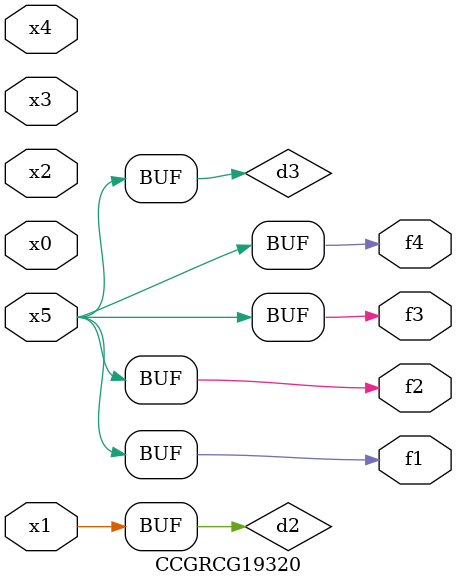
<source format=v>
module CCGRCG19320(
	input x0, x1, x2, x3, x4, x5,
	output f1, f2, f3, f4
);

	wire d1, d2, d3;

	not (d1, x5);
	or (d2, x1);
	xnor (d3, d1);
	assign f1 = d3;
	assign f2 = d3;
	assign f3 = d3;
	assign f4 = d3;
endmodule

</source>
